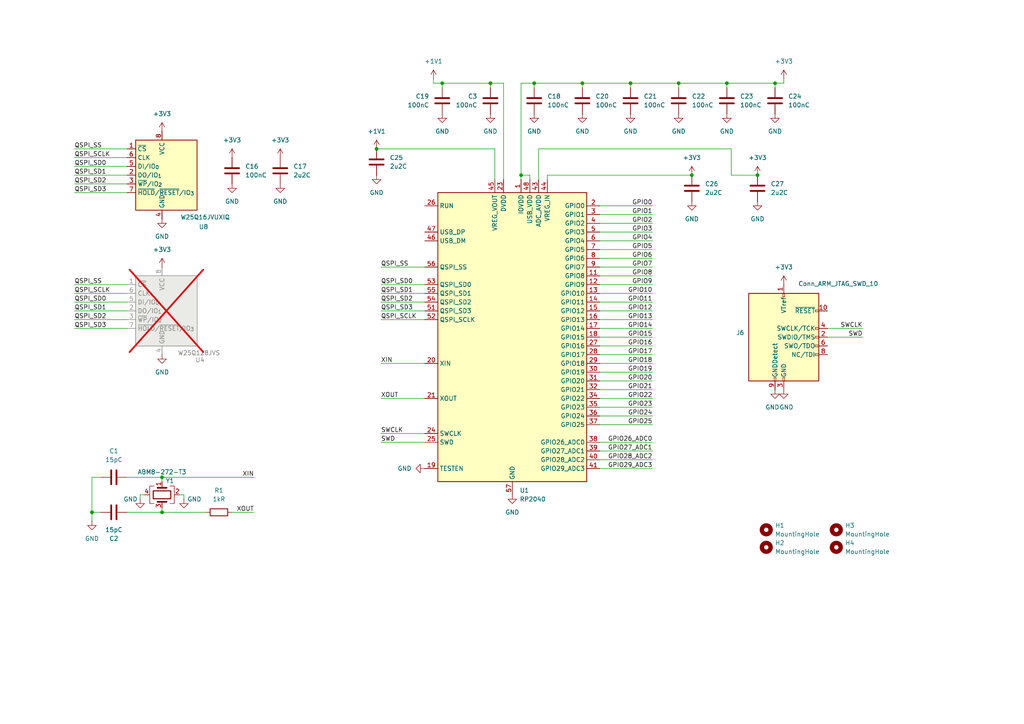
<source format=kicad_sch>
(kicad_sch (version 20250114) (generator "eeschema") (generator_version "9.0")
  (paper "A4")
  (lib_symbols
    (symbol "Connector:Conn_ARM_JTAG_SWD_10" (pin_names (offset 1.016))
      (property "Reference" "J" (at -2.54 16.51 0))
      (property "Value" "Conn_ARM_JTAG_SWD_10" (at -2.54 13.97 0))
      (symbol "Conn_ARM_JTAG_SWD_10_0_1"
        (rectangle (start -10.16 12.7) (end 10.16 -12.7) (stroke (width 0.254)) (fill (type background)))
        (rectangle (start -2.794 -12.7) (end -2.286 -11.684))
        (rectangle (start -0.254 12.7) (end 0.254 11.684))
        (rectangle (start -0.254 -12.7) (end 0.254 -11.684))
        (rectangle (start 9.144 2.286) (end 10.16 2.794))
        (rectangle (start 10.16 7.874) (end 9.144 7.366))
        (rectangle (start 10.16 -0.254) (end 9.144 0.254))
        (rectangle (start 10.16 -2.794) (end 9.144 -2.286))
      )
      (symbol "Conn_ARM_JTAG_SWD_10_1_1"
        (rectangle (start 9.144 -5.334) (end 10.16 -4.826))
        (pin no_connect line (at -10.16 0 0) (length 2.54) (hide yes) (name "KEY") (number "7"))
        (pin passive line (at -2.54 -15.24 90) (length 2.54) (name "GNDDetect") (number "9"))
        (pin power_in line (at 0 15.24 270) (length 2.54) (name "VTref") (number "1"))
        (pin power_in line (at 0 -15.24 90) (length 2.54) (name "GND") (number "3"))
        (pin passive line (at 0 -15.24 90) (length 2.54) (hide yes) (name "GND") (number "5"))
        (pin open_collector line (at 12.7 7.62 180) (length 2.54) (name "~{RESET}") (number "10"))
        (pin output line (at 12.7 2.54 180) (length 2.54) (name "SWCLK/TCK") (number "4"))
        (pin bidirectional line (at 12.7 0 180) (length 2.54) (name "SWDIO/TMS") (number "2"))
        (pin input line (at 12.7 -2.54 180) (length 2.54) (name "SWO/TDO") (number "6"))
        (pin output line (at 12.7 -5.08 180) (length 2.54) (name "NC/TDI") (number "8"))
      )
    )
    (symbol "Device:C" (pin_numbers (hide yes)) (pin_names (offset 0.254))
      (property "Reference" "C" (at 0.635 2.54 0))
      (property "Value" "C" (at 0.635 -2.54 0))
      (symbol "C_0_1"
        (polyline (pts (xy -2.032 0.762) (xy 2.032 0.762)) (stroke (width 0.508)))
        (polyline (pts (xy -2.032 -0.762) (xy 2.032 -0.762)) (stroke (width 0.508)))
      )
      (symbol "C_1_1"
        (pin passive line (at 0 3.81 270) (length 2.794) (name "~") (number "1"))
        (pin passive line (at 0 -3.81 90) (length 2.794) (name "~") (number "2"))
      )
    )
    (symbol "Device:Crystal_GND24" (pin_names (offset 1.016) (hide yes))
      (property "Reference" "Y" (at 3.175 5.08 0))
      (property "Value" "Crystal_GND24" (at 3.175 3.175 0))
      (symbol "Crystal_GND24_0_1"
        (polyline (pts (xy -2.54 2.286) (xy -2.54 3.556) (xy 2.54 3.556) (xy 2.54 2.286)))
        (polyline (pts (xy -2.54 0) (xy -2.032 0)))
        (polyline (pts (xy -2.54 -2.286) (xy -2.54 -3.556) (xy 2.54 -3.556) (xy 2.54 -2.286)))
        (polyline (pts (xy -2.032 -1.27) (xy -2.032 1.27)) (stroke (width 0.508)))
        (rectangle (start -1.143 2.54) (end 1.143 -2.54) (stroke (width 0.3048)))
        (polyline (pts (xy 0 3.556) (xy 0 3.81)))
        (polyline (pts (xy 0 -3.81) (xy 0 -3.556)))
        (polyline (pts (xy 2.032 0) (xy 2.54 0)))
        (polyline (pts (xy 2.032 -1.27) (xy 2.032 1.27)) (stroke (width 0.508)))
      )
      (symbol "Crystal_GND24_1_1"
        (pin passive line (at -3.81 0 0) (length 1.27) (name "1") (number "1"))
        (pin passive line (at 0 5.08 270) (length 1.27) (name "2") (number "2"))
        (pin passive line (at 0 -5.08 90) (length 1.27) (name "4") (number "4"))
        (pin passive line (at 3.81 0 180) (length 1.27) (name "3") (number "3"))
      )
    )
    (symbol "Device:R" (pin_numbers (hide yes)) (pin_names (offset 0))
      (property "Reference" "R" (at 2.032 0 90))
      (property "Value" "R" (at 0 0 90))
      (symbol "R_0_1"
        (rectangle (start -1.016 -2.54) (end 1.016 2.54) (stroke (width 0.254)))
      )
      (symbol "R_1_1"
        (pin passive line (at 0 3.81 270) (length 1.27) (name "~") (number "1"))
        (pin passive line (at 0 -3.81 90) (length 1.27) (name "~") (number "2"))
      )
    )
    (symbol "MCU_RaspberryPi:RP2040"
      (property "Reference" "U" (at 17.78 45.72 0))
      (property "Value" "RP2040" (at 17.78 43.18 0))
      (symbol "RP2040_0_1"
        (rectangle (start -21.59 41.91) (end 21.59 -41.91) (stroke (width 0.254)) (fill (type background)))
      )
      (symbol "RP2040_1_1"
        (pin input line (at -25.4 38.1 0) (length 3.81) (name "RUN") (number "26"))
        (pin bidirectional line (at -25.4 30.48 0) (length 3.81) (name "USB_DP") (number "47"))
        (pin bidirectional line (at -25.4 27.94 0) (length 3.81) (name "USB_DM") (number "46"))
        (pin bidirectional line (at -25.4 20.32 0) (length 3.81) (name "QSPI_SS") (number "56"))
        (pin bidirectional line (at -25.4 15.24 0) (length 3.81) (name "QSPI_SD0") (number "53"))
        (pin bidirectional line (at -25.4 12.7 0) (length 3.81) (name "QSPI_SD1") (number "55"))
        (pin bidirectional line (at -25.4 10.16 0) (length 3.81) (name "QSPI_SD2") (number "54"))
        (pin bidirectional line (at -25.4 7.62 0) (length 3.81) (name "QSPI_SD3") (number "51"))
        (pin output line (at -25.4 5.08 0) (length 3.81) (name "QSPI_SCLK") (number "52"))
        (pin input line (at -25.4 -7.62 0) (length 3.81) (name "XIN") (number "20"))
        (pin passive line (at -25.4 -17.78 0) (length 3.81) (name "XOUT") (number "21"))
        (pin input line (at -25.4 -27.94 0) (length 3.81) (name "SWCLK") (number "24"))
        (pin bidirectional line (at -25.4 -30.48 0) (length 3.81) (name "SWD") (number "25"))
        (pin input line (at -25.4 -38.1 0) (length 3.81) (name "TESTEN") (number "19"))
        (pin power_out line (at -5.08 45.72 270) (length 3.81) (name "VREG_VOUT") (number "45"))
        (pin power_in line (at -2.54 45.72 270) (length 3.81) (name "DVDD") (number "23"))
        (pin passive line (at -2.54 45.72 270) (length 3.81) (hide yes) (name "DVDD") (number "50"))
        (pin power_in line (at 0 -45.72 90) (length 3.81) (name "GND") (number "57"))
        (pin power_in line (at 2.54 45.72 270) (length 3.81) (name "IOVDD") (number "1"))
        (pin passive line (at 2.54 45.72 270) (length 3.81) (hide yes) (name "IOVDD") (number "10"))
        (pin passive line (at 2.54 45.72 270) (length 3.81) (hide yes) (name "IOVDD") (number "22"))
        (pin passive line (at 2.54 45.72 270) (length 3.81) (hide yes) (name "IOVDD") (number "33"))
        (pin passive line (at 2.54 45.72 270) (length 3.81) (hide yes) (name "IOVDD") (number "42"))
        (pin passive line (at 2.54 45.72 270) (length 3.81) (hide yes) (name "IOVDD") (number "49"))
        (pin power_in line (at 5.08 45.72 270) (length 3.81) (name "USB_VDD") (number "48"))
        (pin power_in line (at 7.62 45.72 270) (length 3.81) (name "ADC_AVDD") (number "43"))
        (pin power_in line (at 10.16 45.72 270) (length 3.81) (name "VREG_IN") (number "44"))
        (pin bidirectional line (at 25.4 38.1 180) (length 3.81) (name "GPIO0") (number "2"))
        (pin bidirectional line (at 25.4 35.56 180) (length 3.81) (name "GPIO1") (number "3"))
        (pin bidirectional line (at 25.4 33.02 180) (length 3.81) (name "GPIO2") (number "4"))
        (pin bidirectional line (at 25.4 30.48 180) (length 3.81) (name "GPIO3") (number "5"))
        (pin bidirectional line (at 25.4 27.94 180) (length 3.81) (name "GPIO4") (number "6"))
        (pin bidirectional line (at 25.4 25.4 180) (length 3.81) (name "GPIO5") (number "7"))
        (pin bidirectional line (at 25.4 22.86 180) (length 3.81) (name "GPIO6") (number "8"))
        (pin bidirectional line (at 25.4 20.32 180) (length 3.81) (name "GPIO7") (number "9"))
        (pin bidirectional line (at 25.4 17.78 180) (length 3.81) (name "GPIO8") (number "11"))
        (pin bidirectional line (at 25.4 15.24 180) (length 3.81) (name "GPIO9") (number "12"))
        (pin bidirectional line (at 25.4 12.7 180) (length 3.81) (name "GPIO10") (number "13"))
        (pin bidirectional line (at 25.4 10.16 180) (length 3.81) (name "GPIO11") (number "14"))
        (pin bidirectional line (at 25.4 7.62 180) (length 3.81) (name "GPIO12") (number "15"))
        (pin bidirectional line (at 25.4 5.08 180) (length 3.81) (name "GPIO13") (number "16"))
        (pin bidirectional line (at 25.4 2.54 180) (length 3.81) (name "GPIO14") (number "17"))
        (pin bidirectional line (at 25.4 0 180) (length 3.81) (name "GPIO15") (number "18"))
        (pin bidirectional line (at 25.4 -2.54 180) (length 3.81) (name "GPIO16") (number "27"))
        (pin bidirectional line (at 25.4 -5.08 180) (length 3.81) (name "GPIO17") (number "28"))
        (pin bidirectional line (at 25.4 -7.62 180) (length 3.81) (name "GPIO18") (number "29"))
        (pin bidirectional line (at 25.4 -10.16 180) (length 3.81) (name "GPIO19") (number "30"))
        (pin bidirectional line (at 25.4 -12.7 180) (length 3.81) (name "GPIO20") (number "31"))
        (pin bidirectional line (at 25.4 -15.24 180) (length 3.81) (name "GPIO21") (number "32"))
        (pin bidirectional line (at 25.4 -17.78 180) (length 3.81) (name "GPIO22") (number "34"))
        (pin bidirectional line (at 25.4 -20.32 180) (length 3.81) (name "GPIO23") (number "35"))
        (pin bidirectional line (at 25.4 -22.86 180) (length 3.81) (name "GPIO24") (number "36"))
        (pin bidirectional line (at 25.4 -25.4 180) (length 3.81) (name "GPIO25") (number "37"))
        (pin bidirectional line (at 25.4 -30.48 180) (length 3.81) (name "GPIO26_ADC0") (number "38"))
        (pin bidirectional line (at 25.4 -33.02 180) (length 3.81) (name "GPIO27_ADC1") (number "39"))
        (pin bidirectional line (at 25.4 -35.56 180) (length 3.81) (name "GPIO28_ADC2") (number "40"))
        (pin bidirectional line (at 25.4 -38.1 180) (length 3.81) (name "GPIO29_ADC3") (number "41"))
      )
    )
    (symbol "Mechanical:MountingHole" (pin_names (offset 1.016)) (in_bom no)
      (property "Reference" "H" (at 0 5.08 0))
      (property "Value" "MountingHole" (at 0 3.175 0))
      (symbol "MountingHole_0_1"
        (circle (center 0 0) (radius 1.27) (stroke (width 1.27)))
      )
    )
    (symbol "Memory_Flash:W25Q128JVS"
      (property "Reference" "U" (at -6.35 11.43 0))
      (property "Value" "W25Q128JVS" (at 7.62 11.43 0))
      (symbol "W25Q128JVS_0_1"
        (rectangle (start -7.62 10.16) (end 10.16 -10.16) (stroke (width 0.254)) (fill (type background)))
      )
      (symbol "W25Q128JVS_1_1"
        (pin input line (at -10.16 7.62 0) (length 2.54) (name "~{CS}") (number "1"))
        (pin input line (at -10.16 5.08 0) (length 2.54) (name "CLK") (number "6"))
        (pin bidirectional line (at -10.16 2.54 0) (length 2.54) (name "DI/IO_{0}") (number "5"))
        (pin bidirectional line (at -10.16 0 0) (length 2.54) (name "DO/IO_{1}") (number "2"))
        (pin bidirectional line (at -10.16 -2.54 0) (length 2.54) (name "~{WP}/IO_{2}") (number "3"))
        (pin bidirectional line (at -10.16 -5.08 0) (length 2.54) (name "~{HOLD}/~{RESET}/IO_{3}") (number "7"))
        (pin power_in line (at 0 12.7 270) (length 2.54) (name "VCC") (number "8"))
        (pin power_in line (at 0 -12.7 90) (length 2.54) (name "GND") (number "4"))
      )
    )
    (symbol "Memory_Flash:W25Q16JVSS"
      (property "Reference" "U" (at -6.35 11.43 0))
      (property "Value" "W25Q16JVSS" (at 7.62 11.43 0))
      (symbol "W25Q16JVSS_0_1"
        (rectangle (start -7.62 10.16) (end 10.16 -10.16) (stroke (width 0.254)) (fill (type background)))
      )
      (symbol "W25Q16JVSS_1_1"
        (pin input line (at -10.16 7.62 0) (length 2.54) (name "~{CS}") (number "1"))
        (pin input line (at -10.16 5.08 0) (length 2.54) (name "CLK") (number "6"))
        (pin bidirectional line (at -10.16 2.54 0) (length 2.54) (name "DI/IO_{0}") (number "5"))
        (pin bidirectional line (at -10.16 0 0) (length 2.54) (name "DO/IO_{1}") (number "2"))
        (pin bidirectional line (at -10.16 -2.54 0) (length 2.54) (name "~{WP}/IO_{2}") (number "3"))
        (pin bidirectional line (at -10.16 -5.08 0) (length 2.54) (name "~{HOLD}/~{RESET}/IO_{3}") (number "7"))
        (pin power_in line (at 0 12.7 270) (length 2.54) (name "VCC") (number "8"))
        (pin power_in line (at 0 -12.7 90) (length 2.54) (name "GND") (number "4"))
      )
    )
    (symbol "power:+1V1" (power) (pin_numbers (hide yes)) (pin_names (offset 0) (hide yes))
      (property "Value" "+1V1" (at 0 3.556 0))
      (symbol "+1V1_0_1"
        (polyline (pts (xy -0.762 1.27) (xy 0 2.54)))
        (polyline (pts (xy 0 2.54) (xy 0.762 1.27)))
        (polyline (pts (xy 0 0) (xy 0 2.54)))
      )
      (symbol "+1V1_1_1"
        (pin power_in line (at 0 0 90) (length 0) (name "~") (number "1"))
      )
    )
    (symbol "power:+3V3" (power) (pin_numbers (hide yes)) (pin_names (offset 0) (hide yes))
      (property "Value" "+3V3" (at 0 3.556 0))
      (symbol "+3V3_0_1"
        (polyline (pts (xy -0.762 1.27) (xy 0 2.54)))
        (polyline (pts (xy 0 2.54) (xy 0.762 1.27)))
        (polyline (pts (xy 0 0) (xy 0 2.54)))
      )
      (symbol "+3V3_1_1"
        (pin power_in line (at 0 0 90) (length 0) (name "~") (number "1"))
      )
    )
    (symbol "power:GND" (power) (pin_numbers (hide yes)) (pin_names (offset 0) (hide yes))
      (property "Value" "GND" (at 0 -3.81 0))
      (symbol "GND_0_1"
        (polyline (pts (xy 0 0) (xy 0 -1.27) (xy 1.27 -1.27) (xy 0 -2.54) (xy -1.27 -1.27) (xy 0 -1.27)))
      )
      (symbol "GND_1_1"
        (pin power_in line (at 0 0 270) (length 0) (name "~") (number "1"))
      )
    )
  )
  (junction (at 26.67 148.59))
  (junction (at 151.13 50.8))
  (junction (at 46.99 148.59))
  (junction (at 109.22 43.18))
  (junction (at 210.82 24.13))
  (junction (at 219.71 50.8))
  (junction (at 200.66 50.8))
  (junction (at 224.79 24.13))
  (junction (at 46.99 138.43))
  (junction (at 168.91 24.13))
  (junction (at 142.24 24.13))
  (junction (at 154.94 24.13))
  (junction (at 182.88 24.13))
  (junction (at 196.85 24.13))
  (junction (at 128.27 24.13))
  (wire (pts (xy 26.67 138.43) (xy 26.67 148.59)))
  (wire (pts (xy 21.59 50.8) (xy 36.83 50.8)))
  (wire (pts (xy 210.82 24.13) (xy 196.85 24.13)))
  (wire (pts (xy 21.59 87.63) (xy 36.83 87.63)))
  (wire (pts (xy 110.49 115.57) (xy 123.19 115.57)))
  (wire (pts (xy 125.73 24.13) (xy 125.73 22.86)))
  (wire (pts (xy 110.49 90.17) (xy 123.19 90.17)))
  (wire (pts (xy 158.75 50.8) (xy 200.66 50.8)))
  (wire (pts (xy 110.49 128.27) (xy 123.19 128.27)))
  (wire (pts (xy 173.99 118.11) (xy 189.23 118.11)))
  (wire (pts (xy 196.85 24.13) (xy 182.88 24.13)))
  (wire (pts (xy 196.85 24.13) (xy 196.85 25.4)))
  (wire (pts (xy 224.79 24.13) (xy 210.82 24.13)))
  (wire (pts (xy 156.21 52.07) (xy 156.21 43.18)))
  (wire (pts (xy 173.99 113.03) (xy 189.23 113.03)))
  (wire (pts (xy 173.99 77.47) (xy 189.23 77.47)))
  (wire (pts (xy 21.59 92.71) (xy 36.83 92.71)))
  (wire (pts (xy 110.49 87.63) (xy 123.19 87.63)))
  (wire (pts (xy 21.59 85.09) (xy 36.83 85.09)))
  (wire (pts (xy 227.33 22.86) (xy 227.33 24.13)))
  (wire (pts (xy 46.99 147.32) (xy 46.99 148.59)))
  (wire (pts (xy 158.75 50.8) (xy 158.75 52.07)))
  (wire (pts (xy 173.99 115.57) (xy 189.23 115.57)))
  (wire (pts (xy 26.67 148.59) (xy 29.21 148.59)))
  (wire (pts (xy 21.59 95.25) (xy 36.83 95.25)))
  (wire (pts (xy 21.59 55.88) (xy 36.83 55.88)))
  (wire (pts (xy 173.99 74.93) (xy 189.23 74.93)))
  (wire (pts (xy 46.99 148.59) (xy 36.83 148.59)))
  (wire (pts (xy 143.51 43.18) (xy 143.51 52.07)))
  (wire (pts (xy 29.21 138.43) (xy 26.67 138.43)))
  (wire (pts (xy 173.99 82.55) (xy 189.23 82.55)))
  (wire (pts (xy 26.67 148.59) (xy 26.67 151.13)))
  (wire (pts (xy 110.49 105.41) (xy 123.19 105.41)))
  (wire (pts (xy 212.09 50.8) (xy 219.71 50.8)))
  (wire (pts (xy 146.05 24.13) (xy 146.05 52.07)))
  (wire (pts (xy 21.59 90.17) (xy 36.83 90.17)))
  (wire (pts (xy 52.07 143.51) (xy 53.34 143.51)))
  (wire (pts (xy 173.99 107.95) (xy 189.23 107.95)))
  (wire (pts (xy 212.09 43.18) (xy 212.09 50.8)))
  (wire (pts (xy 21.59 43.18) (xy 36.83 43.18)))
  (wire (pts (xy 173.99 80.01) (xy 189.23 80.01)))
  (wire (pts (xy 151.13 24.13) (xy 151.13 50.8)))
  (wire (pts (xy 110.49 77.47) (xy 123.19 77.47)))
  (wire (pts (xy 173.99 135.89) (xy 189.23 135.89)))
  (wire (pts (xy 125.73 24.13) (xy 128.27 24.13)))
  (wire (pts (xy 21.59 48.26) (xy 36.83 48.26)))
  (wire (pts (xy 173.99 85.09) (xy 189.23 85.09)))
  (wire (pts (xy 46.99 138.43) (xy 46.99 139.7)))
  (wire (pts (xy 168.91 24.13) (xy 168.91 25.4)))
  (wire (pts (xy 173.99 62.23) (xy 189.23 62.23)))
  (wire (pts (xy 53.34 143.51) (xy 53.34 144.78)))
  (wire (pts (xy 240.03 97.79) (xy 250.19 97.79)))
  (wire (pts (xy 128.27 24.13) (xy 142.24 24.13)))
  (wire (pts (xy 173.99 128.27) (xy 189.23 128.27)))
  (wire (pts (xy 173.99 120.65) (xy 189.23 120.65)))
  (wire (pts (xy 173.99 64.77) (xy 189.23 64.77)))
  (wire (pts (xy 153.67 52.07) (xy 153.67 50.8)))
  (wire (pts (xy 173.99 123.19) (xy 189.23 123.19)))
  (wire (pts (xy 173.99 102.87) (xy 189.23 102.87)))
  (wire (pts (xy 110.49 125.73) (xy 123.19 125.73)))
  (wire (pts (xy 156.21 43.18) (xy 212.09 43.18)))
  (wire (pts (xy 173.99 67.31) (xy 189.23 67.31)))
  (wire (pts (xy 110.49 85.09) (xy 123.19 85.09)))
  (wire (pts (xy 154.94 24.13) (xy 151.13 24.13)))
  (wire (pts (xy 67.31 148.59) (xy 73.66 148.59)))
  (wire (pts (xy 173.99 130.81) (xy 189.23 130.81)))
  (wire (pts (xy 142.24 24.13) (xy 142.24 25.4)))
  (wire (pts (xy 173.99 95.25) (xy 189.23 95.25)))
  (wire (pts (xy 46.99 148.59) (xy 59.69 148.59)))
  (wire (pts (xy 173.99 59.69) (xy 189.23 59.69)))
  (wire (pts (xy 154.94 24.13) (xy 154.94 25.4)))
  (wire (pts (xy 173.99 87.63) (xy 189.23 87.63)))
  (wire (pts (xy 110.49 82.55) (xy 123.19 82.55)))
  (wire (pts (xy 173.99 90.17) (xy 189.23 90.17)))
  (wire (pts (xy 224.79 24.13) (xy 224.79 25.4)))
  (wire (pts (xy 173.99 100.33) (xy 189.23 100.33)))
  (wire (pts (xy 240.03 95.25) (xy 250.19 95.25)))
  (wire (pts (xy 128.27 24.13) (xy 128.27 25.4)))
  (wire (pts (xy 173.99 72.39) (xy 189.23 72.39)))
  (wire (pts (xy 168.91 24.13) (xy 154.94 24.13)))
  (wire (pts (xy 173.99 97.79) (xy 189.23 97.79)))
  (wire (pts (xy 142.24 24.13) (xy 146.05 24.13)))
  (wire (pts (xy 21.59 82.55) (xy 36.83 82.55)))
  (wire (pts (xy 153.67 50.8) (xy 151.13 50.8)))
  (wire (pts (xy 21.59 45.72) (xy 36.83 45.72)))
  (wire (pts (xy 40.64 144.78) (xy 40.64 143.51)))
  (wire (pts (xy 227.33 24.13) (xy 224.79 24.13)))
  (wire (pts (xy 182.88 24.13) (xy 168.91 24.13)))
  (wire (pts (xy 182.88 24.13) (xy 182.88 25.4)))
  (wire (pts (xy 173.99 133.35) (xy 189.23 133.35)))
  (wire (pts (xy 40.64 143.51) (xy 41.91 143.51)))
  (wire (pts (xy 46.99 138.43) (xy 73.66 138.43)))
  (wire (pts (xy 36.83 138.43) (xy 46.99 138.43)))
  (wire (pts (xy 109.22 43.18) (xy 143.51 43.18)))
  (wire (pts (xy 210.82 24.13) (xy 210.82 25.4)))
  (wire (pts (xy 151.13 50.8) (xy 151.13 52.07)))
  (wire (pts (xy 110.49 92.71) (xy 123.19 92.71)))
  (wire (pts (xy 173.99 105.41) (xy 189.23 105.41)))
  (wire (pts (xy 173.99 110.49) (xy 189.23 110.49)))
  (wire (pts (xy 21.59 53.34) (xy 36.83 53.34)))
  (wire (pts (xy 173.99 69.85) (xy 189.23 69.85)))
  (wire (pts (xy 173.99 92.71) (xy 189.23 92.71)))
  (label "XIN" (at 73.66 138.43 180))
  (label "GPIO27_ADC1" (at 189.23 130.81 180))
  (label "GPIO5" (at 189.23 72.39 180))
  (label "QSPI_SS" (at 110.49 77.47 0))
  (label "GPIO4" (at 189.23 69.85 180))
  (label "GPIO20" (at 189.23 110.49 180))
  (label "GPIO21" (at 189.23 113.03 180))
  (label "QSPI_SD1" (at 21.59 90.17 0))
  (label "GPIO16" (at 189.23 100.33 180))
  (label "GPIO15" (at 189.23 97.79 180))
  (label "QSPI_SD2" (at 21.59 92.71 0))
  (label "GPIO26_ADC0" (at 189.23 128.27 180))
  (label "XIN" (at 110.49 105.41 0))
  (label "QSPI_SS" (at 21.59 82.55 0))
  (label "GPIO17" (at 189.23 102.87 180))
  (label "GPIO10" (at 189.23 85.09 180))
  (label "GPIO12" (at 189.23 90.17 180))
  (label "QSPI_SD0" (at 21.59 87.63 0))
  (label "GPIO0" (at 189.23 59.69 180))
  (label "SWCLK" (at 250.19 95.25 180))
  (label "QSPI_SCLK" (at 21.59 85.09 0))
  (label "QSPI_SD0" (at 21.59 48.26 0))
  (label "QSPI_SD2" (at 110.49 87.63 0))
  (label "XOUT" (at 110.49 115.57 0))
  (label "QSPI_SD3" (at 21.59 55.88 0))
  (label "QSPI_SD3" (at 21.59 95.25 0))
  (label "GPIO24" (at 189.23 120.65 180))
  (label "QSPI_SD1" (at 110.49 85.09 0))
  (label "GPIO7" (at 189.23 77.47 180))
  (label "QSPI_SD0" (at 110.49 82.55 0))
  (label "QSPI_SD2" (at 21.59 53.34 0))
  (label "GPIO23" (at 189.23 118.11 180))
  (label "GPIO11" (at 189.23 87.63 180))
  (label "GPIO2" (at 189.23 64.77 180))
  (label "GPIO19" (at 189.23 107.95 180))
  (label "SWD" (at 110.49 128.27 0))
  (label "GPIO14" (at 189.23 95.25 180))
  (label "GPIO22" (at 189.23 115.57 180))
  (label "QSPI_SS" (at 21.59 43.18 0))
  (label "GPIO6" (at 189.23 74.93 180))
  (label "QSPI_SCLK" (at 110.49 92.71 0))
  (label "SWCLK" (at 110.49 125.73 0))
  (label "GPIO9" (at 189.23 82.55 180))
  (label "SWD" (at 250.19 97.79 180))
  (label "GPIO28_ADC2" (at 189.23 133.35 180))
  (label "GPIO18" (at 189.23 105.41 180))
  (label "GPIO3" (at 189.23 67.31 180))
  (label "GPIO8" (at 189.23 80.01 180))
  (label "GPIO29_ADC3" (at 189.23 135.89 180))
  (label "QSPI_SD3" (at 110.49 90.17 0))
  (label "QSPI_SCLK" (at 21.59 45.72 0))
  (label "XOUT" (at 73.66 148.59 180))
  (label "GPIO25" (at 189.23 123.19 180))
  (label "GPIO1" (at 189.23 62.23 180))
  (label "GPIO13" (at 189.23 92.71 180))
  (label "QSPI_SD1" (at 21.59 50.8 0))
  (symbol (lib_id "Device:C") (at 109.22 46.99 0) (unit 1)
    (property "Reference" "C25" (at 113.03 45.7199 0) (effects (justify left)))
    (property "Value" "2u2C" (at 113.03 48.2599 0) (effects (justify left)))
    (property "Footprint" "Capacitor_SMD:C_0402_1005Metric" (effects (hide yes)))
    (property "Description" "Unpolarized capacitor" (effects (hide yes)))
    (property "MPN" "GRM155R60J225ME01D" (effects (hide yes)))
  )
  (symbol (lib_id "power:GND") (at 182.88 33.02 0) (unit 1)
    (property "Reference" "#PWR057" (effects (hide yes)))
    (property "Value" "GND" (at 182.88 38.1 0))
    (property "Description" "Power symbol creates a global label with name \"GND\" , ground" (effects (hide yes)))
  )
  (symbol (lib_id "Device:C") (at 219.71 54.61 0) (unit 1)
    (property "Reference" "C27" (at 223.52 53.3399 0) (effects (justify left)))
    (property "Value" "2u2C" (at 223.52 55.8799 0) (effects (justify left)))
    (property "Footprint" "Capacitor_SMD:C_0402_1005Metric" (effects (hide yes)))
    (property "Description" "Unpolarized capacitor" (effects (hide yes)))
    (property "MPN" "GRM155R60J225ME01D" (effects (hide yes)))
  )
  (symbol (lib_id "Mechanical:MountingHole") (at 222.25 153.67 0) (unit 1) (in_bom no)
    (property "Reference" "H1" (at 224.79 152.3999 0) (effects (justify left)))
    (property "Value" "MountingHole" (at 224.79 154.9399 0) (effects (justify left)))
    (property "Footprint" "MountingHole:MountingHole_5.3mm_M5" (effects (hide yes)))
    (property "Description" "Mounting Hole without connection" (effects (hide yes)))
  )
  (symbol (lib_id "power:+3V3") (at 227.33 82.55 0) (unit 1)
    (property "Reference" "#PWR044" (effects (hide yes)))
    (property "Value" "+3V3" (at 227.33 77.47 0))
    (property "Description" "Power symbol creates a global label with name \"+3V3\"" (effects (hide yes)))
  )
  (symbol (lib_id "Device:C") (at 182.88 29.21 0) (unit 1)
    (property "Reference" "C21" (at 186.69 27.9399 0) (effects (justify left)))
    (property "Value" "100nC" (at 186.69 30.4799 0) (effects (justify left)))
    (property "Footprint" "Capacitor_SMD:C_0201_0603Metric" (effects (hide yes)))
    (property "Description" "Unpolarized capacitor" (effects (hide yes)))
    (property "MPN" "GRM033R60J104KE19D" (effects (hide yes)))
  )
  (symbol (lib_id "Device:C") (at 142.24 29.21 0) (mirror y) (unit 1)
    (property "Reference" "C3" (at 138.43 27.9399 0) (effects (justify left)))
    (property "Value" "100nC" (at 138.43 30.4799 0) (effects (justify left)))
    (property "Footprint" "Capacitor_SMD:C_0201_0603Metric" (effects (hide yes)))
    (property "Description" "Unpolarized capacitor" (effects (hide yes)))
    (property "MPN" "GRM033R60J104KE19D" (effects (hide yes)))
  )
  (symbol (lib_id "power:GND") (at 210.82 33.02 0) (unit 1)
    (property "Reference" "#PWR059" (effects (hide yes)))
    (property "Value" "GND" (at 210.82 38.1 0))
    (property "Description" "Power symbol creates a global label with name \"GND\" , ground" (effects (hide yes)))
  )
  (symbol (lib_id "Device:R") (at 63.5 148.59 90) (unit 1)
    (property "Reference" "R1" (at 63.5 142.24 90))
    (property "Value" "1kR" (at 63.5 144.78 90))
    (property "Footprint" "Resistor_SMD:R_0402_1005Metric" (effects (hide yes)))
    (property "Description" "Resistor" (effects (hide yes)))
    (property "MPN" "RC0402FR-071KL" (effects (hide yes)))
  )
  (symbol (lib_id "power:GND") (at 128.27 33.02 0) (unit 1)
    (property "Reference" "#PWR055" (effects (hide yes)))
    (property "Value" "GND" (at 128.27 38.1 0))
    (property "Description" "Power symbol creates a global label with name \"GND\" , ground" (effects (hide yes)))
  )
  (symbol (lib_id "Device:C") (at 224.79 29.21 0) (unit 1)
    (property "Reference" "C24" (at 228.6 27.9399 0) (effects (justify left)))
    (property "Value" "100nC" (at 228.6 30.4799 0) (effects (justify left)))
    (property "Footprint" "Capacitor_SMD:C_0201_0603Metric" (effects (hide yes)))
    (property "Description" "Unpolarized capacitor" (effects (hide yes)))
    (property "MPN" "GRM033R60J104KE19D" (effects (hide yes)))
  )
  (symbol (lib_id "Device:Crystal_GND24") (at 46.99 143.51 270) (unit 1)
    (property "Reference" "Y1" (at 49.276 139.446 90))
    (property "Value" "ABM8-272-T3" (at 46.99 136.906 90))
    (property "Footprint" "Crystal:Crystal_SMD_3225-4Pin_3.2x2.5mm" (effects (hide yes)))
    (property "Datasheet" "https://www.lcsc.com/datasheet/lcsc_datasheet_2410121909_Abracon-LLC-ABM8-272-T3_C20625731.pdf" (effects (hide yes)))
    (property "Description" "Four pin crystal, GND on pins 2 and 4" (effects (hide yes)))
    (property "MPN" " ABM8-272-T3" (effects (hide yes)))
    (property "Status" "OK" (effects (hide yes)))
  )
  (symbol (lib_id "power:GND") (at 219.71 58.42 0) (unit 1)
    (property "Reference" "#PWR066" (effects (hide yes)))
    (property "Value" "GND" (at 219.71 63.5 0))
    (property "Description" "Power symbol creates a global label with name \"GND\" , ground" (effects (hide yes)))
  )
  (symbol (lib_id "power:GND") (at 224.79 33.02 0) (unit 1)
    (property "Reference" "#PWR060" (effects (hide yes)))
    (property "Value" "GND" (at 224.79 38.1 0))
    (property "Description" "Power symbol creates a global label with name \"GND\" , ground" (effects (hide yes)))
  )
  (symbol (lib_id "Device:C") (at 154.94 29.21 0) (unit 1)
    (property "Reference" "C18" (at 158.75 27.9399 0) (effects (justify left)))
    (property "Value" "100nC" (at 158.75 30.4799 0) (effects (justify left)))
    (property "Footprint" "Capacitor_SMD:C_0201_0603Metric" (effects (hide yes)))
    (property "Description" "Unpolarized capacitor" (effects (hide yes)))
    (property "MPN" "GRM033R60J104KE19D" (effects (hide yes)))
  )
  (symbol (lib_id "power:GND") (at 67.31 53.34 0) (unit 1)
    (property "Reference" "#PWR050" (effects (hide yes)))
    (property "Value" "GND" (at 67.31 58.42 0))
    (property "Description" "Power symbol creates a global label with name \"GND\" , ground" (effects (hide yes)))
  )
  (symbol (lib_id "power:+3V3") (at 46.99 38.1 0) (unit 1)
    (property "Reference" "#PWR047" (effects (hide yes)))
    (property "Value" "+3V3" (at 46.99 33.02 0))
    (property "Description" "Power symbol creates a global label with name \"+3V3\"" (effects (hide yes)))
  )
  (symbol (lib_id "power:GND") (at 53.34 144.78 0) (unit 1)
    (property "Reference" "#PWR011" (effects (hide yes)))
    (property "Value" "GND" (at 56.388 144.78 0))
    (property "Description" "Power symbol creates a global label with name \"GND\" , ground" (effects (hide yes)))
  )
  (symbol (lib_id "power:GND") (at 26.67 151.13 0) (unit 1)
    (property "Reference" "#PWR09" (effects (hide yes)))
    (property "Value" "GND" (at 26.67 156.21 0))
    (property "Description" "Power symbol creates a global label with name \"GND\" , ground" (effects (hide yes)))
  )
  (symbol (lib_id "power:GND") (at 148.59 143.51 0) (unit 1)
    (property "Reference" "#PWR07" (effects (hide yes)))
    (property "Value" "GND" (at 148.59 148.59 0))
    (property "Description" "Power symbol creates a global label with name \"GND\" , ground" (effects (hide yes)))
  )
  (symbol (lib_id "MCU_RaspberryPi:RP2040") (at 148.59 97.79 0) (unit 1)
    (property "Reference" "U1" (at 150.7333 142.24 0) (effects (justify left)))
    (property "Value" "RP2040" (at 150.7333 144.78 0) (effects (justify left)))
    (property "Footprint" "Package_DFN_QFN:QFN-56-1EP_7x7mm_P0.4mm_EP3.2x3.2mm" (effects (hide yes)))
    (property "Datasheet" "https://datasheets.raspberrypi.com/rp2040/rp2040-datasheet.pdf" (effects (hide yes)))
    (property "Description" "A microcontroller by Raspberry Pi" (effects (hide yes)))
    (property "MPN" "RP2040" (effects (hide yes)))
    (property "Status" "OK" (effects (hide yes)))
  )
  (symbol (lib_id "power:GND") (at 154.94 33.02 0) (unit 1)
    (property "Reference" "#PWR054" (effects (hide yes)))
    (property "Value" "GND" (at 154.94 38.1 0))
    (property "Description" "Power symbol creates a global label with name \"GND\" , ground" (effects (hide yes)))
  )
  (symbol (lib_id "Device:C") (at 33.02 138.43 90) (unit 1)
    (property "Reference" "C1" (at 33.02 130.81 90))
    (property "Value" "15pC" (at 33.02 133.35 90))
    (property "Footprint" "Capacitor_SMD:C_0201_0603Metric" (effects (hide yes)))
    (property "Description" "Unpolarized capacitor" (effects (hide yes)))
    (property "MPN" "GRM0335C1E150JA01D" (effects (hide yes)))
  )
  (symbol (lib_id "Device:C") (at 210.82 29.21 0) (unit 1)
    (property "Reference" "C23" (at 214.63 27.9399 0) (effects (justify left)))
    (property "Value" "100nC" (at 214.63 30.4799 0) (effects (justify left)))
    (property "Footprint" "Capacitor_SMD:C_0201_0603Metric" (effects (hide yes)))
    (property "Description" "Unpolarized capacitor" (effects (hide yes)))
    (property "MPN" "GRM033R60J104KE19D" (effects (hide yes)))
  )
  (symbol (lib_id "power:GND") (at 109.22 50.8 0) (unit 1)
    (property "Reference" "#PWR062" (effects (hide yes)))
    (property "Value" "GND" (at 109.22 55.88 0))
    (property "Description" "Power symbol creates a global label with name \"GND\" , ground" (effects (hide yes)))
  )
  (symbol (lib_id "power:+3V3") (at 81.28 45.72 0) (unit 1)
    (property "Reference" "#PWR051" (effects (hide yes)))
    (property "Value" "+3V3" (at 81.28 40.64 0))
    (property "Description" "Power symbol creates a global label with name \"+3V3\"" (effects (hide yes)))
  )
  (symbol (lib_id "Device:C") (at 81.28 49.53 0) (unit 1)
    (property "Reference" "C17" (at 85.09 48.2599 0) (effects (justify left)))
    (property "Value" "2u2C" (at 85.09 50.7999 0) (effects (justify left)))
    (property "Footprint" "Capacitor_SMD:C_0402_1005Metric" (effects (hide yes)))
    (property "Description" "Unpolarized capacitor" (effects (hide yes)))
    (property "MPN" "GRM155R60J225ME01D" (effects (hide yes)))
  )
  (symbol (lib_id "power:+1V1") (at 109.22 43.18 0) (unit 1)
    (property "Reference" "#PWR061" (effects (hide yes)))
    (property "Value" "+1V1" (at 109.22 38.1 0))
    (property "Description" "Power symbol creates a global label with name \"+1V1\"" (effects (hide yes)))
  )
  (symbol (lib_id "power:GND") (at 46.99 102.87 0) (unit 1)
    (property "Reference" "#PWR08" (effects (hide yes)))
    (property "Value" "GND" (at 46.99 107.95 0))
    (property "Description" "Power symbol creates a global label with name \"GND\" , ground" (effects (hide yes)))
  )
  (symbol (lib_id "power:GND") (at 168.91 33.02 0) (unit 1)
    (property "Reference" "#PWR013" (effects (hide yes)))
    (property "Value" "GND" (at 168.91 38.1 0))
    (property "Description" "Power symbol creates a global label with name \"GND\" , ground" (effects (hide yes)))
  )
  (symbol (lib_id "Connector:Conn_ARM_JTAG_SWD_10") (at 227.33 97.79 0) (unit 1)
    (property "Reference" "J6" (at 215.9 96.5199 0) (effects (justify right)))
    (property "Value" "Conn_ARM_JTAG_SWD_10" (at 254.762 82.296 0) (effects (justify right)))
    (property "Datasheet" "http://infocenter.arm.com/help/topic/com.arm.doc.ddi0314h/DDI0314H_coresight_components_trm.pdf" (effects (hide yes)))
    (property "Description" "Cortex Debug Connector, standard ARM Cortex-M SWD and JTAG interface" (effects (hide yes)))
  )
  (symbol (lib_id "Device:C") (at 196.85 29.21 0) (unit 1)
    (property "Reference" "C22" (at 200.66 27.9399 0) (effects (justify left)))
    (property "Value" "100nC" (at 200.66 30.4799 0) (effects (justify left)))
    (property "Footprint" "Capacitor_SMD:C_0201_0603Metric" (effects (hide yes)))
    (property "Description" "Unpolarized capacitor" (effects (hide yes)))
    (property "MPN" "GRM033R60J104KE19D" (effects (hide yes)))
  )
  (symbol (lib_id "power:GND") (at 224.79 113.03 0) (unit 1)
    (property "Reference" "#PWR046" (effects (hide yes)))
    (property "Value" "GND" (at 224.028 118.11 0))
    (property "Description" "Power symbol creates a global label with name \"GND\" , ground" (effects (hide yes)))
  )
  (symbol (lib_id "power:GND") (at 123.19 135.89 270) (unit 1)
    (property "Reference" "#PWR015" (effects (hide yes)))
    (property "Value" "GND" (at 119.38 135.8899 90) (effects (justify right)))
    (property "Description" "Power symbol creates a global label with name \"GND\" , ground" (effects (hide yes)))
  )
  (symbol (lib_id "Device:C") (at 33.02 148.59 90) (mirror x) (unit 1)
    (property "Reference" "C2" (at 33.02 156.21 90))
    (property "Value" "15pC" (at 33.02 153.67 90))
    (property "Footprint" "Capacitor_SMD:C_0201_0603Metric" (effects (hide yes)))
    (property "Description" "Unpolarized capacitor" (effects (hide yes)))
    (property "MPN" "GRM0335C1E150JA01D" (effects (hide yes)))
  )
  (symbol (lib_id "power:GND") (at 81.28 53.34 0) (unit 1)
    (property "Reference" "#PWR052" (effects (hide yes)))
    (property "Value" "GND" (at 81.28 58.42 0))
    (property "Description" "Power symbol creates a global label with name \"GND\" , ground" (effects (hide yes)))
  )
  (symbol (lib_id "Memory_Flash:W25Q128JVS") (at 46.99 90.17 0) (unit 1) (in_bom no) (on_board no) (dnp yes)
    (property "Reference" "U4" (at 56.642 104.394 0) (effects (justify left)))
    (property "Value" "W25Q128JVS" (at 51.562 102.362 0) (effects (justify left)))
    (property "Footprint" "Package_SO:SOIC-8_5.3x5.3mm_P1.27mm" (effects (hide yes)))
    (property "Datasheet" "https://www.winbond.com/resource-files/w25q128jv_dtr%20revc%2003272018%20plus.pdf" (effects (hide yes)))
    (property "Description" "128Mbit / 16MiB Serial Flash Memory, Standard/Dual/Quad SPI, 2.7-3.6V, SOIC-8" (effects (hide yes)))
  )
  (symbol (lib_id "power:GND") (at 46.99 63.5 0) (unit 1)
    (property "Reference" "#PWR048" (effects (hide yes)))
    (property "Value" "GND" (at 46.99 68.58 0))
    (property "Description" "Power symbol creates a global label with name \"GND\" , ground" (effects (hide yes)))
  )
  (symbol (lib_id "power:+3V3") (at 46.99 77.47 0) (unit 1)
    (property "Reference" "#PWR012" (effects (hide yes)))
    (property "Value" "+3V3" (at 46.99 72.39 0))
    (property "Description" "Power symbol creates a global label with name \"+3V3\"" (effects (hide yes)))
  )
  (symbol (lib_id "power:GND") (at 227.33 113.03 0) (unit 1)
    (property "Reference" "#PWR045" (effects (hide yes)))
    (property "Value" "GND" (at 228.092 118.11 0))
    (property "Description" "Power symbol creates a global label with name \"GND\" , ground" (effects (hide yes)))
  )
  (symbol (lib_id "power:+1V1") (at 125.73 22.86 0) (unit 1)
    (property "Reference" "#PWR056" (effects (hide yes)))
    (property "Value" "+1V1" (at 125.73 17.78 0))
    (property "Description" "Power symbol creates a global label with name \"+1V1\"" (effects (hide yes)))
  )
  (symbol (lib_id "power:GND") (at 142.24 33.02 0) (unit 1)
    (property "Reference" "#PWR014" (effects (hide yes)))
    (property "Value" "GND" (at 142.24 38.1 0))
    (property "Description" "Power symbol creates a global label with name \"GND\" , ground" (effects (hide yes)))
  )
  (symbol (lib_id "power:+3V3") (at 67.31 45.72 0) (unit 1)
    (property "Reference" "#PWR049" (effects (hide yes)))
    (property "Value" "+3V3" (at 67.31 40.64 0))
    (property "Description" "Power symbol creates a global label with name \"+3V3\"" (effects (hide yes)))
  )
  (symbol (lib_id "Mechanical:MountingHole") (at 222.25 158.75 0) (unit 1) (in_bom no)
    (property "Reference" "H2" (at 224.79 157.4799 0) (effects (justify left)))
    (property "Value" "MountingHole" (at 224.79 160.0199 0) (effects (justify left)))
    (property "Footprint" "MountingHole:MountingHole_5.3mm_M5" (effects (hide yes)))
    (property "Description" "Mounting Hole without connection" (effects (hide yes)))
  )
  (symbol (lib_id "power:+3V3") (at 200.66 50.8 0) (unit 1)
    (property "Reference" "#PWR064" (effects (hide yes)))
    (property "Value" "+3V3" (at 200.66 45.72 0))
    (property "Description" "Power symbol creates a global label with name \"+3V3\"" (effects (hide yes)))
  )
  (symbol (lib_id "Memory_Flash:W25Q16JVSS") (at 46.99 50.8 0) (unit 1)
    (property "Reference" "U8" (at 57.658 65.786 0) (effects (justify left)))
    (property "Value" "W25Q16JVUXIQ" (at 52.324 62.992 0) (effects (justify left)))
    (property "Footprint" "Package_SON:Winbond_USON-8-1EP_3x2mm_P0.5mm_EP0.2x1.6mm" (effects (hide yes)))
    (property "Datasheet" "https://www.winbond.com/hq/support/documentation/levelOne.jsp?__locale=en&DocNo=DA00-W25Q16JV.1" (effects (hide yes)))
    (property "Description" "16Mbit / 2MiB Serial Flash Memory, Standard/Dual/Quad SPI, 2.7-3.6V, SOIC-8 (208 mil)" (effects (hide yes)))
    (property "MPN" "W25Q16JVUXIQ" (effects (hide yes)))
  )
  (symbol (lib_id "Device:C") (at 168.91 29.21 0) (unit 1)
    (property "Reference" "C20" (at 172.72 27.9399 0) (effects (justify left)))
    (property "Value" "100nC" (at 172.72 30.4799 0) (effects (justify left)))
    (property "Footprint" "Capacitor_SMD:C_0201_0603Metric" (effects (hide yes)))
    (property "Description" "Unpolarized capacitor" (effects (hide yes)))
    (property "MPN" "GRM033R60J104KE19D" (effects (hide yes)))
  )
  (symbol (lib_id "power:+3V3") (at 219.71 50.8 0) (unit 1)
    (property "Reference" "#PWR065" (effects (hide yes)))
    (property "Value" "+3V3" (at 219.71 45.72 0))
    (property "Description" "Power symbol creates a global label with name \"+3V3\"" (effects (hide yes)))
  )
  (symbol (lib_id "power:GND") (at 200.66 58.42 0) (unit 1)
    (property "Reference" "#PWR063" (effects (hide yes)))
    (property "Value" "GND" (at 200.66 63.5 0))
    (property "Description" "Power symbol creates a global label with name \"GND\" , ground" (effects (hide yes)))
  )
  (symbol (lib_id "Mechanical:MountingHole") (at 242.57 158.75 0) (unit 1) (in_bom no)
    (property "Reference" "H4" (at 245.11 157.4799 0) (effects (justify left)))
    (property "Value" "MountingHole" (at 245.11 160.0199 0) (effects (justify left)))
    (property "Footprint" "MountingHole:MountingHole_5.3mm_M5" (effects (hide yes)))
    (property "Description" "Mounting Hole without connection" (effects (hide yes)))
  )
  (symbol (lib_id "power:+3V3") (at 227.33 22.86 0) (unit 1)
    (property "Reference" "#PWR053" (effects (hide yes)))
    (property "Value" "+3V3" (at 227.33 17.78 0))
    (property "Description" "Power symbol creates a global label with name \"+3V3\"" (effects (hide yes)))
  )
  (symbol (lib_id "Device:C") (at 200.66 54.61 0) (unit 1)
    (property "Reference" "C26" (at 204.47 53.3399 0) (effects (justify left)))
    (property "Value" "2u2C" (at 204.47 55.8799 0) (effects (justify left)))
    (property "Footprint" "Capacitor_SMD:C_0402_1005Metric" (effects (hide yes)))
    (property "Description" "Unpolarized capacitor" (effects (hide yes)))
    (property "MPN" "GRM155R60J225ME01D" (effects (hide yes)))
  )
  (symbol (lib_id "power:GND") (at 40.64 144.78 0) (unit 1)
    (property "Reference" "#PWR010" (effects (hide yes)))
    (property "Value" "GND" (at 37.846 144.78 0))
    (property "Description" "Power symbol creates a global label with name \"GND\" , ground" (effects (hide yes)))
  )
  (symbol (lib_id "Device:C") (at 128.27 29.21 0) (mirror y) (unit 1)
    (property "Reference" "C19" (at 124.46 27.9399 0) (effects (justify left)))
    (property "Value" "100nC" (at 124.46 30.4799 0) (effects (justify left)))
    (property "Footprint" "Capacitor_SMD:C_0201_0603Metric" (effects (hide yes)))
    (property "Description" "Unpolarized capacitor" (effects (hide yes)))
    (property "MPN" "GRM033R60J104KE19D" (effects (hide yes)))
  )
  (symbol (lib_id "Mechanical:MountingHole") (at 242.57 153.67 0) (unit 1) (in_bom no)
    (property "Reference" "H3" (at 245.11 152.3999 0) (effects (justify left)))
    (property "Value" "MountingHole" (at 245.11 154.9399 0) (effects (justify left)))
    (property "Footprint" "MountingHole:MountingHole_5.3mm_M5" (effects (hide yes)))
    (property "Description" "Mounting Hole without connection" (effects (hide yes)))
  )
  (symbol (lib_id "power:GND") (at 196.85 33.02 0) (unit 1)
    (property "Reference" "#PWR058" (effects (hide yes)))
    (property "Value" "GND" (at 196.85 38.1 0))
    (property "Description" "Power symbol creates a global label with name \"GND\" , ground" (effects (hide yes)))
  )
  (symbol (lib_id "Device:C") (at 67.31 49.53 0) (unit 1)
    (property "Reference" "C16" (at 71.12 48.2599 0) (effects (justify left)))
    (property "Value" "100nC" (at 71.12 50.7999 0) (effects (justify left)))
    (property "Footprint" "Capacitor_SMD:C_0201_0603Metric" (effects (hide yes)))
    (property "Description" "Unpolarized capacitor" (effects (hide yes)))
    (property "MPN" "GRM033R60J104KE19D" (effects (hide yes)))
  )
)
</source>
